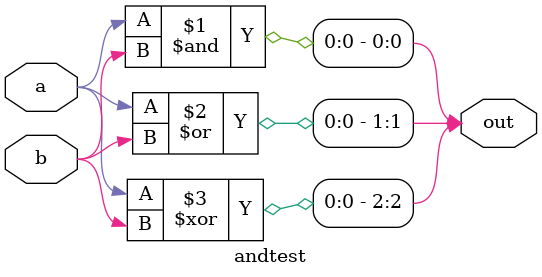
<source format=v>
`timescale 1ns / 1ps
module andtest( a,b,out  );

input a,b; 
output [2:0] out; 

//Dataflow style

assign out[0] = a & b; 
assign out[1] = a | b; 
assign out[2] = a ^ b;




endmodule






</source>
